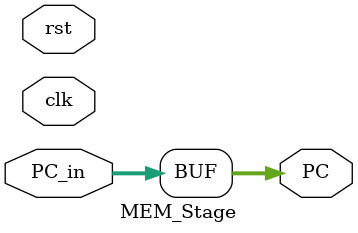
<source format=v>
module MEM_Stage (
    input clk, rst,
    input [31:0] PC_in,
    output [31:0] PC
);

    assign PC = PC_in;

endmodule

</source>
